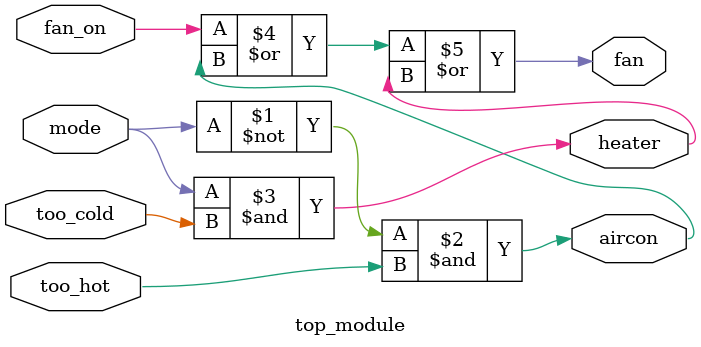
<source format=v>
module top_module (
    input too_cold,
    input too_hot,
    input mode,
    input fan_on,
    output heater,
    output aircon,
    output fan
); 
    assign aircon = (~mode)&too_hot;
    assign heater = (mode) & too_cold;
    assign fan = fan_on | aircon | heater;

endmodule


</source>
